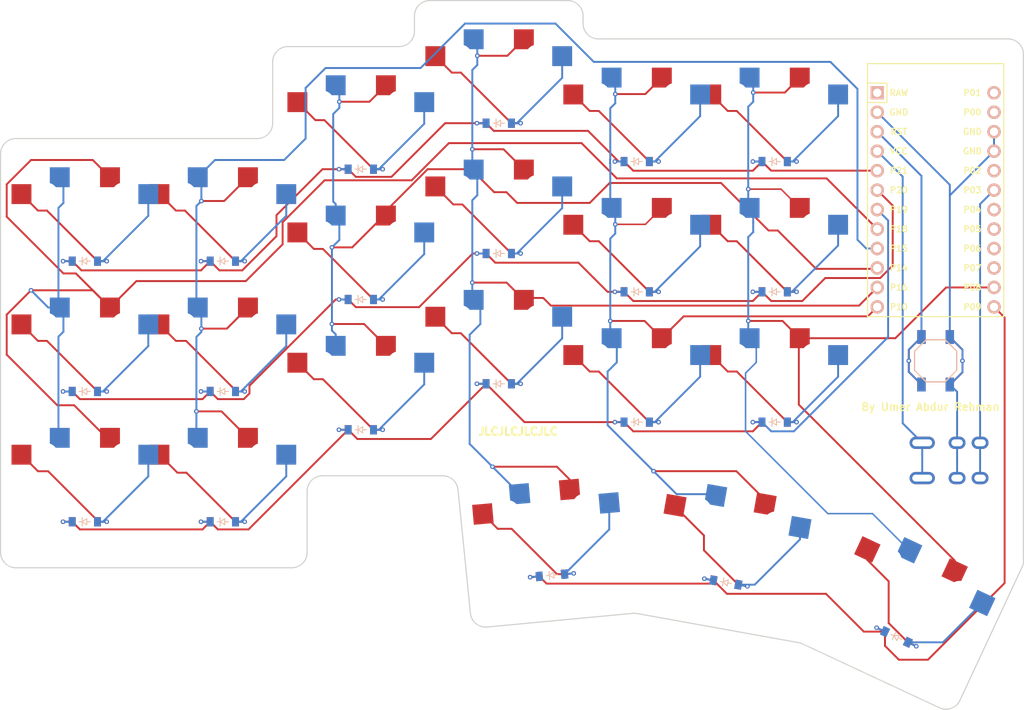
<source format=kicad_pcb>
(kicad_pcb (version 20240108) (generator "pcbnew") (generator_version "8.0")
  (title_block (title "ergoblock") (date "2024-12-29") (rev "v1.0.0") (company "Unknown"))
  (layers (0 "F.Cu" signal) (31 "B.Cu" signal) (34 "B.Paste" user) (35 "F.Paste" user) (36 "B.SilkS" user "B.Silkscreen") (37 "F.SilkS" user "F.Silkscreen") (38 "B.Mask" user) (39 "F.Mask" user) (44 "Edge.Cuts" user))
  (net 0 "")
  (net 1 "P18")
  (net 2 "outer_bottom")
  (net 3 "outer_home")
  (net 4 "outer_top")
  (net 5 "P15")
  (net 6 "pinkie_bottom")
  (net 7 "pinkie_home")
  (net 8 "pinkie_top")
  (net 9 "P14")
  (net 10 "ring_bottom")
  (net 11 "ring_home")
  (net 12 "ring_top")
  (net 13 "P16")
  (net 14 "middle_bottom")
  (net 15 "middle_home")
  (net 16 "middle_top")
  (net 17 "P10")
  (net 18 "index_bottom")
  (net 19 "index_home")
  (net 20 "index_top")
  (net 21 "P8")
  (net 22 "inner_bottom")
  (net 23 "inner_home")
  (net 24 "inner_top")
  (net 25 "outer_cluster")
  (net 26 "middle_cluster")
  (net 27 "inner_cluster")
  (net 28 "P19")
  (net 29 "P20")
  (net 30 "P21")
  (net 31 "P9")
  (net 32 "RAW")
  (net 33 "GND")
  (net 34 "RST")
  (net 35 "VCC")
  (net 36 "P1")
  (net 37 "P0")
  (net 38 "P2")
  (net 39 "P3")
  (net 40 "P4")
  (net 41 "P5")
  (net 42 "P6")
  (net 43 "P7")
  (footprint "E73:SW_TACT_ALPS_SKQGABE010" (layer "F.Cu") (at 261 134 -90)
    (property "Reference" "B1" (hide yes))
    (property "Value" "" (hide yes))
  )
  (footprint "PG1350" (layer "F.Cu") (at 168 116)
    (property "Reference" "S6" (hide yes))
    (property "Value" "" (hide yes))
  )
  (footprint "PG1350" (layer "F.Cu") (at 150 150)
    (property "Reference" "S1" (hide yes))
    (property "Value" "" (hide yes))
  )
  (footprint "ceoloide:diode_tht_sod123" (layer "F.Cu") (at 150 121)
    (property "Reference" "D3" (hide yes))
    (property "Value" "")
  )
  (footprint "ceoloide:diode_tht_sod123" (layer "F.Cu") (at 168 121)
    (property "Reference" "D6" (hide yes))
    (property "Value" "")
  )
  (footprint "ceoloide:diode_tht_sod123" (layer "F.Cu") (at 222 125)
    (property "Reference" "D14" (hide yes))
    (property "Value" "")
  )
  (footprint "PG1350" (layer "F.Cu") (at 204 132)
    (property "Reference" "S10" (hide yes))
    (property "Value" "" (hide yes))
  )
  (footprint "ceoloide:diode_tht_sod123" (layer "F.Cu") (at 204 137)
    (property "Reference" "D10" (hide yes))
    (property "Value" "")
  )
  (footprint "ceoloide:diode_tht_sod123" (layer "F.Cu") (at 186 126)
    (property "Reference" "D8" (hide yes))
    (property "Value" "")
  )
  (footprint "PG1350" (layer "F.Cu") (at 234.5 158 -10)
    (property "Reference" "S20" (hide yes))
    (property "Value" "" (hide yes))
  )
  (footprint "ProMicro" (layer "F.Cu") (at 261 113 -90)
    (property "Reference" "MCU1" (hide yes))
    (property "Value" "" (hide yes))
  )
  (footprint "ceoloide:diode_tht_sod123" (layer "F.Cu") (at 240 125)
    (property "Reference" "D17" (hide yes))
    (property "Value" "")
  )
  (footprint "PG1350" (layer "F.Cu") (at 222 120)
    (property "Reference" "S14" (hide yes))
    (property "Value" "" (hide yes))
  )
  (footprint "PG1350" (layer "F.Cu") (at 150 133)
    (property "Reference" "S2" (hide yes))
    (property "Value" "" (hide yes))
  )
  (footprint "PG1350" (layer "F.Cu") (at 150 116)
    (property "Reference" "S3" (hide yes))
    (property "Value" "" (hide yes))
  )
  (footprint "VIA-0.6mm" (layer "F.Cu") (at 257.5 134)
    (property "Reference" "REF**" (hide yes))
    (property "Value" "VIA-0.6mm" (hide yes))
  )
  (footprint "ceoloide:diode_tht_sod123" (layer "F.Cu") (at 204 103)
    (property "Reference" "D12" (hide yes))
    (property "Value" "")
  )
  (footprint "ceoloide:diode_tht_sod123" (layer "F.Cu") (at 222 142)
    (property "Reference" "D13" (hide yes))
    (property "Value" "")
  )
  (footprint "ceoloide:diode_tht_sod123" (layer "F.Cu") (at 204 120)
    (property "Reference" "D11" (hide yes))
    (property "Value" "")
  )
  (footprint "PG1350" (layer "F.Cu") (at 222 137)
    (property "Reference" "S13" (hide yes))
    (property "Value" "" (hide yes))
  )
  (footprint "ceoloide:diode_tht_sod123" (layer "F.Cu") (at 150 155)
    (property "Reference" "D1" (hide yes))
    (property "Value" "")
  )
  (footprint "PG1350" (layer "F.Cu") (at 240 103)
    (property "Reference" "S18" (hide yes))
    (property "Value" "" (hide yes))
  )
  (footprint "PG1350" (layer "F.Cu") (at 168 150)
    (property "Reference" "S4" (hide yes))
    (property "Value" "" (hide yes))
  )
  (footprint "ceoloide:diode_tht_sod123" (layer "F.Cu") (at 168 138)
    (property "Reference" "D5" (hide yes))
    (property "Value" "")
  )
  (footprint "PG1350" (layer "F.Cu") (at 186 104)
    (property "Reference" "S9" (hide yes))
    (property "Value" "" (hide yes))
  )
  (footprint "PG1350" (layer "F.Cu") (at 186 138)
    (property "Reference" "S7" (hide yes))
    (property "Value" "" (hide yes))
  )
  (footprint "PG1350" (layer "F.Cu") (at 186 121)
    (property "Reference" "S8" (hide yes))
    (property "Value" "" (hide yes))
  )
  (footprint "PG1350" (layer "F.Cu") (at 210.5 157 5)
    (property "Reference" "S19" (hide yes))
    (property "Value" "" (hide yes))
  )
  (footprint "ceoloide:diode_tht_sod123" (layer "F.Cu") (at 222 108)
    (property "Reference" "D15" (hide yes))
    (property "Value" "")
  )
  (footprint "ceoloide:diode_tht_sod123" (layer "F.Cu") (at 240 108)
    (property "Reference" "D18" (hide yes))
    (property "Value" "")
  )
  (footprint "ceoloide:diode_tht_sod123" (layer "F.Cu") (at 255.886909 170.031539 -25)
    (property "Reference" "D21" (hide yes))
    (property "Value" "")
  )
  (footprint "ceoloide:diode_tht_sod123" (layer "F.Cu") (at 186 143)
    (property "Reference" "D7" (hide yes))
    (property "Value" "")
  )
  (footprint "ceoloide:diode_tht_sod123" (layer "F.Cu") (at 150 138)
    (property "Reference" "D2" (hide yes))
    (property "Value" "")
  )
  (footprint "PG1350" (layer "F.Cu") (at 222 103)
    (property "Reference" "S15" (hide yes))
    (property "Value" "" (hide yes))
  )
  (footprint "PG1350" (layer "F.Cu") (at 240 137)
    (property "Reference" "S16" (hide yes))
    (property "Value" "" (hide yes))
  )
  (footprint "ceoloide:diode_tht_sod123" (layer "F.Cu") (at 186 109)
    (property "Reference" "D9" (hide yes))
    (property "Value" "")
  )
  (footprint "ceoloide:diode_tht_sod123" (layer "F.Cu") (at 210.935779 161.980974 5)
    (property "Reference" "D19" (hide yes))
    (property "Value" "")
  )
  (footprint "ceoloide:diode_tht_sod123" (layer "F.Cu") (at 233.631759 162.924039 -10)
    (property "Reference" "D20" (hide yes))
    (property "Value" "")
  )
  (footprint "PG1350" (layer "F.Cu") (at 204 98)
    (property "Reference" "S12" (hide yes))
    (property "Value" "" (hide yes))
  )
  (footprint "PG1350" (layer "F.Cu") (at 168 133)
    (property "Reference" "S5" (hide yes))
    (property "Value" "" (hide yes))
  )
  (footprint "PG1350" (layer "F.Cu") (at 204 115)
    (property "Reference" "S11" (hide yes))
    (property "Value" "" (hide yes))
  )
  (footprint "ceoloide:diode_tht_sod123" (layer "F.Cu") (at 168 155)
    (property "Reference" "D4" (hide yes))
    (property "Value" "")
  )
  (footprint "ceoloide:trrs_pj320a (reversible, symmetric)" (layer "F.Cu") (at 270 147 -90)
    (property "Reference" "TRRS1" (hide yes))
    (property "Value" "")
  )
  (footprint "PG1350" (layer "F.Cu") (at 258 165.5 -25)
    (property "Reference" "S21" (hide yes))
    (property "Value" "" (hide yes))
  )
  (footprint "PG1350" (layer "F.Cu") (at 240 120)
    (property "Reference" "S17" (hide yes))
    (property "Value" "" (hide yes))
  )
  (footprint "E73:SW_TACT_ALPS_SKQGABE010" (layer "F.Cu") (at 261 134 -90)
    (property "Reference" "B2" (hide yes))
    (property "Value" "" (hide yes))
  )
  (footprint "VIA-0.6mm" (layer "F.Cu") (at 264.5 134)
    (property "Reference" "REF**" (hide yes))
    (property "Value" "VIA-0.6mm" (hide yes))
  )
  (footprint "ceoloide:diode_tht_sod123" (layer "F.Cu") (at 240 142)
    (property "Reference" "D16" (hide yes))
    (property "Value" "")
  )
  (gr_line (start 215 89) (end 215 90) (stroke (width 0.15)) (layer "Edge.Cuts"))
  (gr_arc (start 174.5 95) (mid 175.085786 93.585786) (end 176.5 93) (stroke (width 0.15)) (layer "Edge.Cuts"))
  (gr_arc (start 202.478784 168.731275) (mid 201.021115 168.284317) (end 200.301994 166.939905) (stroke (width 0.15)) (layer "Edge.Cuts"))
  (gr_arc (start 193 91) (mid 192.414214 92.414214) (end 191 93) (stroke (width 0.15)) (layer "Edge.Cuts"))
  (gr_line (start 272.45 159.718767) (end 272.45 94) (stroke (width 0.15)) (layer "Edge.Cuts"))
  (gr_arc (start 213 87) (mid 214.414214 87.585786) (end 215 89) (stroke (width 0.15)) (layer "Edge.Cuts"))
  (gr_arc (start 179 151) (mid 179.585786 149.585786) (end 181 149) (stroke (width 0.15)) (layer "Edge.Cuts"))
  (gr_line (start 141 105) (end 172.5 105) (stroke (width 0.15)) (layer "Edge.Cuts"))
  (gr_line (start 243.126488 170.774563) (end 222.026204 166.971282) (stroke (width 0.15)) (layer "Edge.Cuts"))
  (gr_arc (start 193 89) (mid 193.585786 87.585786) (end 195 87) (stroke (width 0.15)) (layer "Edge.Cuts"))
  (gr_line (start 139 159) (end 139 107) (stroke (width 0.15)) (layer "Edge.Cuts"))
  (gr_arc (start 179 159) (mid 178.414214 160.414214) (end 177 161) (stroke (width 0.15)) (layer "Edge.Cuts"))
  (gr_arc (start 217 92) (mid 215.585786 91.414214) (end 215 90) (stroke (width 0.15)) (layer "Edge.Cuts"))
  (gr_arc (start 139 107) (mid 139.585786 105.585786) (end 141 105) (stroke (width 0.15)) (layer "Edge.Cuts"))
  (gr_line (start 179 151) (end 179 159) (stroke (width 0.15)) (layer "Edge.Cuts"))
  (gr_arc (start 174.5 103) (mid 173.914214 104.414214) (end 172.5 105) (stroke (width 0.15)) (layer "Edge.Cuts"))
  (gr_line (start 196.690828 149) (end 181 149) (stroke (width 0.15)) (layer "Edge.Cuts"))
  (gr_line (start 272.288705 160.885991) (end 264.165821 178.305571) (stroke (width 0.15)) (layer "Edge.Cuts"))
  (gr_line (start 141 161) (end 177 161) (stroke (width 0.15)) (layer "Edge.Cuts"))
  (gr_line (start 221.484623 166.948306) (end 202.478784 168.731275) (stroke (width 0.15)) (layer "Edge.Cuts"))
  (gr_line (start 193 91) (end 193 89) (stroke (width 0.15)) (layer "Edge.Cuts"))
  (gr_line (start 261.507969 179.27295) (end 243.616946 170.930229) (stroke (width 0.15)) (layer "Edge.Cuts"))
  (gr_line (start 174.5 103) (end 174.5 95) (stroke (width 0.15)) (layer "Edge.Cuts"))
  (gr_arc (start 196.690828 149) (mid 198.032495 149.516809) (end 198.680814 150.800114) (stroke (width 0.15)) (layer "Edge.Cuts"))
  (gr_line (start 200.301994 166.939905) (end 198.680814 150.800114) (stroke (width 0.15)) (layer "Edge.Cuts"))
  (gr_line (start 217 92) (end 270.45 92) (stroke (width 0.15)) (layer "Edge.Cuts"))
  (gr_arc (start 270.45 92) (mid 271.864214 92.585786) (end 272.45 94) (stroke (width 0.15)) (layer "Edge.Cuts"))
  (gr_line (start 195 87) (end 213 87) (stroke (width 0.15)) (layer "Edge.Cuts"))
  (gr_arc (start 264.165821 178.305571) (mid 263.037243 179.339705) (end 261.507969 179.27295) (stroke (width 0.15)) (layer "Edge.Cuts"))
  (gr_line (start 176.5 93) (end 191 93) (stroke (width 0.15)) (layer "Edge.Cuts"))
  (gr_arc (start 243.126488 170.774563) (mid 243.376744 170.836556) (end 243.616946 170.930229) (stroke (width 0.15)) (layer "Edge.Cuts"))
  (gr_arc (start 272.45 159.718767) (mid 272.457276 160.314531) (end 272.288705 160.885991) (stroke (width 0.15)) (layer "Edge.Cuts"))
  (gr_arc (start 221.484623 166.948306) (mid 221.756195 166.941364) (end 222.026204 166.971282) (stroke (width 0.15)) (layer "Edge.Cuts"))
  (gr_arc (start 141 161) (mid 139.585786 160.414214) (end 139 159) (stroke (width 0.15)) (layer "Edge.Cuts"))
  (gr_text "JLCJLCJLCJLC" (at 201.2 143.8 0) (layer "F.SilkS") (effects (font (size 1 1) (thickness 0.25) (bold yes)) (justify left bottom)))
  (gr_text "By Umer Abdur Rehman" (at 251.2 140.6 0) (layer "F.SilkS") (effects (font (size 1 1) (thickness 0.1875)) (justify left bottom)))
  (segment (start 153.275 127.05) (end 156.725 123.6) (width 0.25) (layer "F.Cu") (net 1))
  (segment (start 152.85 144.05) (end 148.6 139.8) (width 0.25) (layer "F.Cu") (net 1))
  (segment (start 181.275 110.45) (end 192.638604 110.45) (width 0.25) (layer "F.Cu") (net 1))
  (segment (start 175.8 118.8) (end 175.8 115.925) (width 0.25) (layer "F.Cu") (net 1))
  (segment (start 214.8 105.6) (end 219.4 110.2) (width 0.25) (layer "F.Cu") (net 1))
  (segment (start 147.2 122.6) (end 139.8 115.2) (width 0.25) (layer "F.Cu") (net 1))
  (segment (start 148.6 139.8) (end 146.4 139.8) (width 0.25) (layer "F.Cu") (net 1))
  (segment (start 153.275 127.05) (end 148.825 122.6) (width 0.25) (layer "F.Cu") (net 1))
  (segment (start 148.825 122.6) (end 147.2 122.6) (width 0.25) (layer "F.Cu") (net 1))
  (segment (start 192.638604 110.45) (end 197.488604 105.6) (width 0.25) (layer "F.Cu") (net 1))
  (segment (start 139.8 110.975) (end 142.975 107.8) (width 0.25) (layer "F.Cu") (net 1))
  (segment (start 156.725 123.6) (end 171 123.6) (width 0.25) (layer "F.Cu") (net 1))
  (segment (start 246.77 110.2) (end 253.38 116.81) (width 0.25) (layer "F.Cu") (net 1))
  (segment (start 139.8 127.975) (end 142.975 124.8) (width 0.25) (layer "F.Cu") (net 1))
  (segment (start 175.8 115.925) (end 181.275 110.45) (width 0.25) (layer "F.Cu") (net 1))
  (segment (start 142.975 107.8) (end 151.025 107.8) (width 0.25) (layer "F.Cu") (net 1))
  (segment (start 139.8 115.2) (end 139.8 110.975) (width 0.25) (layer "F.Cu") (net 1))
  (segment (start 197.488604 105.6) (end 214.8 105.6) (width 0.25) (layer "F.Cu") (net 1))
  (segment (start 151.025 107.8) (end 153.275 110.05) (width 0.25) (layer "F.Cu") (net 1))
  (segment (start 142.975 124.8) (end 151.025 124.8) (width 0.25) (layer "F.Cu") (net 1))
  (segment (start 219.4 110.2) (end 246.77 110.2) (width 0.25) (layer "F.Cu") (net 1))
  (segment (start 151.025 124.8) (end 153.275 127.05) (width 0.25) (layer "F.Cu") (net 1))
  (segment (start 153.275 144.05) (end 152.85 144.05) (width 0.25) (layer "F.Cu") (net 1))
  (segment (start 139.8 133.2) (end 139.8 127.975) (width 0.25) (layer "F.Cu") (net 1))
  (segment (start 171 123.6) (end 175.8 118.8) (width 0.25) (layer "F.Cu") (net 1))
  (segment (start 146.4 139.8) (end 139.8 133.2) (width 0.25) (layer "F.Cu") (net 1))
  (via (at 142.975 124.8) (size 0.6) (drill 0.3) (layers "F.Cu" "B.Cu") (net 1))
  (segment (start 146.725 127.05) (end 146.55 126.875) (width 0.25) (layer "B.Cu") (net 1))
  (segment (start 146.55 114.05) (end 147.2 113.4) (width 0.25) (layer "B.Cu") (net 1))
  (segment (start 146.55 126.875) (end 146.55 114.05) (width 0.25) (layer "B.Cu") (net 1))
  (segment (start 146.725 144.05) (end 146.55 143.875) (width 0.25) (layer "B.Cu") (net 1))
  (segment (start 147.2 110.525) (end 146.725 110.05) (width 0.25) (layer "B.Cu") (net 1))
  (segment (start 147.2 127.525) (end 146.725 127.05) (width 0.25) (layer "B.Cu") (net 1))
  (segment (start 146.55 130.85) (end 147.2 130.2) (width 0.25) (layer "B.Cu") (net 1))
  (segment (start 146.725 127.05) (end 145.225 127.05) (width 0.25) (layer "B.Cu") (net 1))
  (segment (start 145.225 127.05) (end 142.975 124.8) (width 0.25) (layer "B.Cu") (net 1))
  (segment (start 147.2 113.4) (end 147.2 110.525) (width 0.25) (layer "B.Cu") (net 1))
  (segment (start 147.2 130.2) (end 147.2 127.525) (width 0.25) (layer "B.Cu") (net 1))
  (segment (start 146.55 143.875) (end 146.55 130.85) (width 0.25) (layer "B.Cu") (net 1))
  (segment (start 143.885 148.41) (end 141.725 146.25) (width 0.25) (layer "F.Cu") (net 2))
  (segment (start 151.65 154.85) (end 145.21 148.41) (width 0.25) (layer "F.Cu") (net 2))
  (segment (start 151.65 155) (end 151.65 154.85) (width 0.25) (layer "F.Cu") (net 2))
  (segment (start 151.65 155) (end 152.85 155) (width 0.25) (layer "F.Cu") (net 2))
  (segment (start 145.21 148.41) (end 143.885 148.41) (width 0.25) (layer "F.Cu") (net 2))
  (via (at 152.85 155) (size 0.6) (drill 0.3) (layers "F.Cu" "B.Cu") (net 2))
  (segment (start 152.35 155) (end 158.275 149.075) (width 0.25) (layer "B.Cu") (net 2))
  (segment (start 151.65 155) (end 152.35 155) (width 0.25) (layer "B.Cu") (net 2))
  (segment (start 152.85 155) (end 151.65 155) (width 0.25) (layer "B.Cu") (net 2))
  (segment (start 158.275 149.075) (end 158.275 146.25) (width 0.25) (layer "B.Cu") (net 2))
  (segment (start 151.65 138) (end 145.05 131.4) (width 0.25) (layer "F.Cu") (net 3))
  (segment (start 151.65 138) (end 152.85 138) (width 0.25) (layer "F.Cu") (net 3))
  (segment (start 145.05 131.4) (end 143.875 131.4) (width 0.25) (layer "F.Cu") (net 3))
  (segment (start 143.875 131.4) (end 141.725 129.25) (width 0.25) (layer "F.Cu") (net 3))
  (via (at 152.85 138) (size 0.6) (drill 0.3) (layers "F.Cu" "B.Cu") (net 3))
  (segment (start 152.35 138) (end 158.275 132.075) (width 0.25) (layer "B.Cu") (net 3))
  (segment (start 152.85 138) (end 151.65 138) (width 0.25) (layer "B.Cu") (net 3))
  (segment (start 151.65 138) (end 152.35 138) (width 0.25) (layer "B.Cu") (net 3))
  (segment (start 158.275 132.075) (end 158.275 129.25) (width 0.25) (layer "B.Cu") (net 3))
  (segment (start 151.65 121) (end 152.85 121) (width 0.25) (layer "F.Cu") (net 4))
  (segment (start 143.875 114.4) (end 141.725 112.25) (width 0.25) (layer "F.Cu") (net 4))
  (segment (start 145.05 114.4) (end 143.875 114.4) (width 0.25) (layer "F.Cu") (net 4))
  (segment (start 151.65 121) (end 145.05 114.4) (width 0.25) (layer "F.Cu") (net 4))
  (via (at 152.85 121) (size 0.6) (drill 0.3) (layers "F.Cu" "B.Cu") (net 4))
  (segment (start 152.85 121) (end 151.65 121) (width 0.25) (layer "B.Cu") (net 4))
  (segment (start 152.35 121) (end 158.275 115.075) (width 0.25) (layer "B.Cu") (net 4))
  (segment (start 158.275 115.075) (end 158.275 112.25) (width 0.25) (layer "B.Cu") (net 4))
  (segment (start 151.65 121) (end 152.35 121) (width 0.25) (layer "B.Cu") (net 4))
  (segment (start 165.2 113.15) (end 168.175 113.15) (width 0.25) (layer "F.Cu") (net 5))
  (segment (start 165.2 129.8) (end 168.525 129.8) (width 0.25) (layer "F.Cu") (net 5))
  (segment (start 168.525 129.8) (end 171.275 127.05) (width 0.25) (layer "F.Cu") (net 5))
  (segment (start 171.275 144.05) (end 167.825 140.6) (width 0.25) (layer "F.Cu") (net 5))
  (segment (start 168.175 113.15) (end 171.275 110.05) (width 0.25) (layer "F.Cu") (net 5))
  (segment (start 167.825 140.6) (end 164.55 140.6) (width 0.25) (layer "F.Cu") (net 5))
  (via (at 165.2 113.15) (size 0.6) (drill 0.3) (layers "F.Cu" "B.Cu") (net 5))
  (via (at 165.2 129.8) (size 0.6) (drill 0.3) (layers "F.Cu" "B.Cu") (net 5))
  (via (at 164.55 140.6) (size 0.6) (drill 0.3) (layers "F.Cu" "B.Cu") (net 5))
  (segment (start 247.275 95) (end 250.8 98.525) (width 0.25) (layer "B.Cu") (net 5))
  (segment (start 251.95 119.35) (end 253.38 119.35) (width 0.25) (layer "B.Cu") (net 5))
  (segment (start 181.4 95.8) (end 193.8 95.8) (width 0.25) (layer "B.Cu") (net 5))
  (segment (start 164.55 126.875) (end 164.725 127.05) (width 0.25) (layer "B.Cu") (net 5))
  (segment (start 176 107.8) (end 178.8 105) (width 0.25) (layer "B.Cu") (net 5))
  (segment (start 193.8 95.8) (end 199.6 90) (width 0.25) (layer "B.Cu") (net 5))
  (segment (start 165.2 130.234189) (end 165.2 127.525) (width 0.25) (layer "B.Cu") (net 5))
  (segment (start 165.2 110.525) (end 164.725 110.05) (width 0.25) (layer "B.Cu") (net 5))
  (segment (start 199.6 90) (end 211.4 90) (width 0.25) (layer "B.Cu") (net 5))
  (segment (start 164.55 113.8) (end 164.55 126.875) (width 0.25) (layer "B.Cu") (net 5))
  (segment (start 164.725 110.05) (end 166.975 107.8) (width 0.25) (layer "B.Cu") (net 5))
  (segment (start 178.8 105) (end 178.8 98.4) (width 0.25) (layer "B.Cu") (net 5))
  (segment (start 166.975 107.8) (end 176 107.8) (width 0.25) (layer "B.Cu") (net 5))
  (segment (start 165.2 113.15) (end 164.55 113.8) (width 0.25) (layer "B.Cu") (net 5))
  (segment (start 164.725 144.05) (end 164.55 143.875) (width 0.25) (layer "B.Cu") (net 5))
  (segment (start 250.8 98.525) (end 250.8 118.2) (width 0.25) (layer "B.Cu") (net 5))
  (segment (start 164.55 143.875) (end 164.55 140.6) (width 0.25) (layer "B.Cu") (net 5))
  (segment (start 165.2 127.525) (end 164.725 127.05) (width 0.25) (layer "B.Cu") (net 5))
  (segment (start 178.8 98.4) (end 181.4 95.8) (width 0.25) (layer "B.Cu") (net 5))
  (segment (start 165.2 113.15) (end 165.2 110.525) (width 0.25) (layer "B.Cu") (net 5))
  (segment (start 164.55 130.884189) (end 165.2 130.234189) (width 0.25) (layer "B.Cu") (net 5))
  (segment (start 216.4 95) (end 247.275 95) (width 0.25) (layer "B.Cu") (net 5))
  (segment (start 250.8 118.2) (end 251.95 119.35) (width 0.25) (layer "B.Cu") (net 5))
  (segment (start 164.55 140.6) (end 164.55 130.884189) (width 0.25) (layer "B.Cu") (net 5))
  (segment (start 211.4 90) (end 216.4 95) (width 0.25) (layer "B.Cu") (net 5))
  (segment (start 162.075 148.6) (end 159.725 146.25) (width 0.25) (layer "F.Cu") (net 6))
  (segment (start 169.65 155) (end 163.25 148.6) (width 0.25) (layer "F.Cu") (net 6))
  (segment (start 169.65 155) (end 170.85 155) (width 0.25) (layer "F.Cu") (net 6))
  (segment (start 163.25 148.6) (end 162.075 148.6) (width 0.25) (layer "F.Cu") (net 6))
  (via (at 170.85 155) (size 0.6) (drill 0.3) (layers "F.Cu" "B.Cu") (net 6))
  (segment (start 176.275 149.075) (end 176.275 146.25) (width 0.25) (layer "B.Cu") (net 6))
  (segment (start 169.65 155) (end 170.35 155) (width 0.25) (layer "B.Cu") (net 6))
  (segment (start 170.35 155) (end 176.275 149.075) (width 0.25) (layer "B.Cu") (net 6))
  (segment (start 170.85 155) (end 169.65 155) (width 0.25) (layer "B.Cu") (net 6))
  (segment (start 169.65 137.85) (end 163.2 131.4) (width 0.25) (layer "F.Cu") (net 7))
  (segment (start 169.65 138) (end 169.65 137.85) (width 0.25) (layer "F.Cu") (net 7))
  (segment (start 161.875 131.4) (end 159.725 129.25) (width 0.25) (layer "F.Cu") (net 7))
  (segment (start 169.65 138) (end 170.85 138) (width 0.25) (layer "F.Cu") (net 7))
  (segment (start 163.2 131.4) (end 161.875 131.4) (width 0.25) (layer "F.Cu") (net 7))
  (via (at 170.85 138) (size 0.6) (drill 0.3) (layers "F.Cu" "B.Cu") (net 7))
  (segment (start 169.65 138) (end 170.35 138) (width 0.25) (layer "B.Cu") (net 7))
  (segment (start 170.85 138) (end 169.65 138) (width 0.25) (layer "B.Cu") (net 7))
  (segment (start 170.35 138) (end 176.275 132.075) (width 0.25) (layer "B.Cu") (net 7))
  (segment (start 176.275 132.075) (end 176.275 129.25) (width 0.25) (layer "B.Cu") (net 7))
  (segment (start 169.65 121) (end 163.05 114.4) (width 0.25) (layer "F.Cu") (net 8))
  (segment (start 163.05 114.4) (end 161.875 114.4) (width 0.25) (layer "F.Cu") (net 8))
  (segment (start 169.65 121) (end 170.85 121) (width 0.25) (layer "F.Cu") (net 8))
  (segment (start 161.875 114.4) (end 159.725 112.25) (width 0.25) (layer "F.Cu") (net 8))
  (via (at 170.85 121) (size 0.6) (drill 0.3) (layers "F.Cu" "B.Cu") (net 8))
  (segment (start 169.65 121) (end 170.35 121) (width 0.25) (layer "B.Cu") (net 8))
  (segment (start 170.85 121) (end 169.65 121) (width 0.25) (layer "B.Cu") (net 8))
  (segment (start 176.275 115.075) (end 176.275 112.25) (width 0.25) (layer "B.Cu") (net 8))
  (segment (start 170.35 121) (end 176.275 115.075) (width 0.25) (layer "B.Cu") (net 8))
  (segment (start 186.425 129.2) (end 182.233148 129.2) (width 0.25) (layer "F.Cu") (net 9))
  (segment (start 239.2 117) (end 240.4 117) (width 0.25) (layer "F.Cu") (net 9))
  (segment (start 187.126234 100.198766) (end 189.275 98.05) (width 0.25) (layer "F.Cu") (net 9))
  (segment (start 184.880356 119.2) (end 182.233148 119.2) (width 0.25) (layer "F.Cu") (net 9))
  (segment (start 218.466116 110.8) (end 233 110.8) (width 0.25) (layer "F.Cu") (net 9))
  (segment (start 245.4 122) (end 253.27 122) (width 0.25) (layer "F.Cu") (net 9))
  (segment (start 200.4 109) (end 203.4 112) (width 0.25) (layer "F.Cu") (net 9))
  (segment (start 203.4 112) (end 205 112) (width 0.25) (layer "F.Cu") (net 9))
  (segment (start 205 112) (end 206.4 113.4) (width 0.25) (layer "F.Cu") (net 9))
  (segment (start 253.27 122) (end 253.38 121.89) (width 0.25) (layer "F.Cu") (net 9))
  (segment (start 189.030356 115.05) (end 184.880356 119.2) (width 0.25) (layer "F.Cu") (net 9))
  (segment (start 189.275 115.05) (end 189.030356 115.05) (width 0.25) (layer "F.Cu") (net 9))
  (segment (start 194.725 109) (end 200.4 109) (width 0.25) (layer "F.Cu") (net 9))
  (segment (start 206.4 113.4) (end 215.866116 113.4) (width 0.25) (layer "F.Cu") (net 9))
  (segment (start 183.2 100.198766) (end 187.126234 100.198766) (width 0.25) (layer "F.Cu") (net 9))
  (segment (start 240.4 117) (end 245.4 122) (width 0.25) (layer "F.Cu") (net 9))
  (segment (start 189.275 115.05) (end 189.275 114.45) (width 0.25) (layer "F.Cu") (net 9))
  (segment (start 189.275 114.45) (end 194.725 109) (width 0.25) (layer "F.Cu") (net 9))
  (segment (start 233 110.8) (end 239.2 117) (width 0.25) (layer "F.Cu") (net 9))
  (segment (start 189.275 132.05) (end 186.425 129.2) (width 0.25) (layer "F.Cu") (net 9))
  (segment (start 215.866116 113.4) (end 218.466116 110.8) (width 0.25) (layer "F.Cu") (net 9))
  (via (at 183.2 100.198766) (size 0.6) (drill 0.3) (layers "F.Cu" "B.Cu") (net 9))
  (via (at 182.233148 119.2) (size 0.6) (drill 0.3) (layers "F.Cu" "B.Cu") (net 9))
  (via (at 182.233148 129.2) (size 0.6) (drill 0.3) (layers "F.Cu" "B.Cu") (net 9))
  (segment (start 182.725 113.55) (end 182.4 113.225) (width 0.25) (layer "B.Cu") (net 9))
  (segment (start 183.2 115.525) (end 182.725 115.05) (width 0.25) (layer "B.Cu") (net 9))
  (segment (start 182.233148 119.2) (end 183.2 118.233148) (width 0.25) (layer "B.Cu") (net 9))
  (segment (start 182.233148 130.058148) (end 182.233148 129.2) (width 0.25) (layer "B.Cu") (net 9))
  (segment (start 182.4 113.225) (end 182.4 101.8) (width 0.25) (layer "B.Cu") (net 9))
  (segment (start 183.2 118.233148) (end 183.2 115.525) (width 0.25) (layer "B.Cu") (net 9))
  (segment (start 182.725 132.05) (end 182.725 130.55) (width 0.25) (layer "B.Cu") (net 9))
  (segment (start 183.2 98.525) (end 182.725 98.05) (width 0.25) (layer "B.Cu") (net 9))
  (segment (start 182.725 130.55) (end 182.233148 130.058148) (width 0.25) (layer "B.Cu") (net 9))
  (segment (start 182.4 101.8) (end 183.2 101) (width 0.25) (layer "B.Cu") (net 9))
  (segment (start 182.725 115.05) (end 182.725 113.55) (width 0.25) (layer "B.Cu") (net 9))
  (segment (start 182.233148 129.2) (end 182.233148 119.2) (width 0.25) (layer "B.Cu") (net 9))
  (segment (start 183.2 101) (end 183.2 98.525) (width 0.25) (layer "B.Cu") (net 9))
  (segment (start 181.05 136.4) (end 179.875 136.4) (width 0.25) (layer "F.Cu") (net 10))
  (segment (start 179.875 136.4) (end 177.725 134.25) (width 0.25) (layer "F.Cu") (net 10))
  (segment (start 187.65 143) (end 188.85 143) (width 0.25) (layer "F.Cu") (net 10))
  (segment (start 187.65 143) (end 181.05 136.4) (width 0.25) (layer "F.Cu") (net 10))
  (via (at 188.85 143) (size 0.6) (drill 0.3) (layers "F.Cu" "B.Cu") (net 10))
  (segment (start 194.275 137.075) (end 194.275 134.25) (width 0.25) (layer "B.Cu") (net 10))
  (segment (start 188.85 143) (end 187.65 143) (width 0.25) (layer "B.Cu") (net 10))
  (segment (start 187.65 143) (end 188.35 143) (width 0.25) (layer "B.Cu") (net 10))
  (segment (start 188.35 143) (end 194.275 137.075) (width 0.25) (layer "B.Cu") (net 10))
  (segment (start 181.05 119.4) (end 179.875 119.4) (width 0.25) (layer "F.Cu") (net 11))
  (segment (start 179.875 119.4) (end 177.725 117.25) (width 0.25) (layer "F.Cu") (net 11))
  (segment (start 187.65 126) (end 188.85 126) (width 0.25) (layer "F.Cu") (net 11))
  (segment (start 187.65 126) (end 181.05 119.4) (width 0.25) (layer "F.Cu") (net 11))
  (via (at 188.85 126) (size 0.6) (drill 0.3) (layers "F.Cu" "B.Cu") (net 11))
  (segment (start 188.85 126) (end 187.65 126) (width 0.25) (layer "B.Cu") (net 11))
  (segment (start 188.35 126) (end 194.275 120.075) (width 0.25) (layer "B.Cu") (net 11))
  (segment (start 194.275 120.075) (end 194.275 117.25) (width 0.25) (layer "B.Cu") (net 11))
  (segment (start 187.65 126) (end 188.35 126) (width 0.25) (layer "B.Cu") (net 11))
  (segment (start 181.25 102.6) (end 180.075 102.6) (width 0.25) (layer "F.Cu") (net 12))
  (segment (start 187.65 109) (end 188.85 109) (width 0.25) (layer "F.Cu") (net 12))
  (segment (start 180.075 102.6) (end 177.725 100.25) (width 0.25) (layer "F.Cu") (net 12))
  (segment (start 187.65 109) (end 181.25 102.6) (width 0.25) (layer "F.Cu") (net 12))
  (via (at 188.85 109) (size 0.6) (drill 0.3) (layers "F.Cu" "B.Cu") (net 12))
  (segment (start 187.65 109) (end 188.35 109) (width 0.25) (layer "B.Cu") (net 12))
  (segment (start 188.85 109) (end 187.65 109) (width 0.25) (layer "B.Cu") (net 12))
  (segment (start 194.275 103.075) (end 194.275 100.25) (width 0.25) (layer "B.Cu") (net 12))
  (segment (start 188.35 109) (end 194.275 103.075) (width 0.25) (layer "B.Cu") (net 12))
  (segment (start 211.581317 147.819596) (end 203.180404 147.819596) (width 0.25) (layer "F.Cu") (net 13))
  (segment (start 213.243961 150.787206) (end 213.243961 149.48224) (width 0.25) (layer "F.Cu") (net 13))
  (segment (start 251.01 126.8) (end 210.8 126.8) (width 0.25) (layer "F.Cu") (net 13))
  (segment (start 207.275 109.05) (end 204.625 106.4) (width 0.25) (layer "F.Cu") (net 13))
  (segment (start 205.025 123.8) (end 200.55 123.8) (width 0.25) (layer "F.Cu") (net 13))
  (segment (start 207.525 125.8) (end 207.275 126.05) (width 0.25) (layer "F.Cu") (net 13))
  (segment (start 204.625 106.4) (end 200.55 106.4) (width 0.25) (layer "F.Cu") (net 13))
  (segment (start 207.275 92.05) (end 205.125 94.2) (width 0.25) (layer "F.Cu") (net 13))
  (segment (start 207.275 126.05) (end 205.025 123.8) (width 0.25) (layer "F.Cu") (net 13))
  (segment (start 213.243961 149.48224) (end 211.581317 147.819596) (width 0.25) (layer "F.Cu") (net 13))
  (segment (start 253.38 124.43) (end 251.01 126.8) (width 0.25) (layer "F.Cu") (net 13))
  (segment (start 205.125 94.2) (end 201.2 94.2) (width 0.25) (layer "F.Cu") (net 13))
  (segment (start 210.8 126.8) (end 209.8 125.8) (width 0.25) (layer "F.Cu") (net 13))
  (segment (start 209.8 125.8) (end 207.525 125.8) (width 0.25) (layer "F.Cu") (net 13))
  (via (at 203.180404 147.819596) (size 0.6) (drill 0.3) (layers "F.Cu" "B.Cu") (net 13))
  (via (at 201.2 94.2) (size 0.6) (drill 0.3) (layers "F.Cu" "B.Cu") (net 13))
  (via (at 200.55 123.8) (size 0.6) (drill 0.3) (layers "F.Cu" "B.Cu") (net 13))
  (via (at 200.55 106.4) (size 0.6) (drill 0.3) (layers "F.Cu" "B.Cu") (net 13))
  (segment (start 201.6 129.2) (end 201.6 126.925) (width 0.25) (layer "B.Cu") (net 13))
  (segment (start 200.725 126.05) (end 200.55 125.875) (width 0.25) (layer "B.Cu") (net 13))
  (segment (start 200.55 96.05) (end 201.2 95.4) (width 0.25) (layer "B.Cu") (net 13))
  (segment (start 201.2 94.2) (end 201.2 92.525) (width 0.25) (layer "B.Cu") (net 13))
  (segment (start 200.55 123.8) (end 200.55 113.05) (width 0.25) (layer "B.Cu") (net 13))
  (segment (start 201.2 92.525) (end 200.725 92.05) (width 0.25) (layer "B.Cu") (net 13))
  (segment (start 200.55 108.875) (end 200.55 106.4) (width 0.25) (layer "B.Cu") (net 13))
  (segment (start 201.6 126.925) (end 200.725 126.05) (width 0.25) (layer "B.Cu") (net 13))
  (segment (start 201.2 109.525) (end 200.725 109.05) (width 0.25) (layer "B.Cu") (net 13))
  (segment (start 203.180404 147.819596) (end 200.2 144.839191) (width 0.25) (layer "B.Cu") (net 13))
  (segment (start 200.2 130.6) (end 201.6 129.2) (width 0.25) (layer "B.Cu") (net 13))
  (segment (start 200.55 125.875) (end 200.55 123.8) (width 0.25) (layer "B.Cu") (net 13))
  (segment (start 200.55 106.4) (end 200.55 96.05) (width 0.25) (layer "B.Cu") (net 13))
  (segment (start 200.725 109.05) (end 200.55 108.875) (width 0.25) (layer "B.Cu") (net 13))
  (segment (start 200.55 113.05) (end 201.2 112.4) (width 0.25) (layer "B.Cu") (net 13))
  (segment (start 201.2 95.4) (end 201.2 94.2) (width 0.25) (layer "B.Cu") (net 13))
  (segment (start 206.718886 151.358077) (end 203.180404 147.819596) (width 0.25) (layer "B.Cu") (net 13))
  (segment (start 200.2 144.839191) (end 200.2 130.6) (width 0.25) (layer "B.Cu") (net 13))
  (segment (start 201.2 111.2) (end 201.2 109.525) (width 0.25) (layer "B.Cu") (net 13))
  (segment (start 201.2 112.4) (end 201.2 111.2) (width 0.25) (layer "B.Cu") (net 13))
  (segment (start 205.65 137) (end 206.85 137) (width 0.25) (layer "F.Cu") (net 14))
  (segment (start 199.05 130.4) (end 197.875 130.4) (width 0.25) (layer "F.Cu") (net 14))
  (segment (start 197.875 130.4) (end 195.725 128.25) (width 0.25) (layer "F.Cu") (net 14))
  (segment (start 205.65 137) (end 199.05 130.4) (width 0.25) (layer "F.Cu") (net 14))
  (via (at 206.85 137) (size 0.6) (drill 0.3) (layers "F.Cu" "B.Cu") (net 14))
  (segment (start 205.65 137) (end 206.35 137) (width 0.25) (layer "B.Cu") (net 14))
  (segment (start 212.275 131.075) (end 212.275 128.25) (width 0.25) (layer "B.Cu") (net 14))
  (segment (start 206.85 137) (end 205.65 137) (width 0.25) (layer "B.Cu") (net 14))
  (segment (start 206.35 137) (end 212.275 131.075) (width 0.25) (layer "B.Cu") (net 14))
  (segment (start 205.65 120) (end 199.25 113.6) (width 0.25) (layer "F.Cu") (net 15))
  (segment (start 198.075 113.6) (end 195.725 111.25) (width 0.25) (layer "F.Cu") (net 15))
  (segment (start 199.25 113.6) (end 198.075 113.6) (width 0.25) (layer "F.Cu") (net 15))
  (segment (start 205.65 120) (end 206.85 120) (width 0.25) (layer "F.Cu") (net 15))
  (via (at 206.85 120) (size 0.6) (drill 0.3) (layers "F.Cu" "B.Cu") (net 15))
  (segment (start 205.65 120) (end 206.35 120) (width 0.25) (layer "B.Cu") (net 15))
  (segment (start 206.35 120) (end 212.275 114.075) (width 0.25) (layer "B.Cu") (net 15))
  (segment (start 206.85 120) (end 205.65 120) (width 0.25) (layer "B.Cu") (net 15))
  (segment (start 212.275 114.075) (end 212.275 111.25) (width 0.25) (layer "B.Cu") (net 15))
  (segment (start 205.65 103) (end 206.85 103) (width 0.25) (layer "F.Cu") (net 16))
  (segment (start 197.875 96.4) (end 195.725 94.25) (width 0.25) (layer "F.Cu") (net 16))
  (segment (start 205.65 103) (end 199.05 96.4) (width 0.25) (layer "F.Cu") (net 16))
  (segment (start 199.05 96.4) (end 197.875 96.4) (width 0.25) (layer "F.Cu") (net 16))
  (via (at 206.85 103) (size 0.6) (drill 0.3) (layers "F.Cu" "B.Cu") (net 16))
  (segment (start 212.275 97.075) (end 212.275 94.25) (width 0.25) (layer "B.Cu") (net 16))
  (segment (start 206.85 103) (end 205.65 103) (width 0.25) (layer "B.Cu") (net 16))
  (segment (start 205.65 103) (end 206.35 103) (width 0.25) (layer "B.Cu") (net 16))
  (segment (start 206.35 103) (end 212.275 97.075) (width 0.25) (layer "B.Cu") (net 16))
  (segment (start 228.125 128.2) (end 252.15 128.2) (width 0.25) (layer "F.Cu") (net 17))
  (segment (start 238.758452 152.158452) (end 238.758452 152.709092) (width 0.25) (layer "F.Cu") (net 17))
  (segment (start 223.025 128.8) (end 218.55 128.8) (width 0.25) (layer "F.Cu") (net 17))
  (segment (start 223.125 99.2) (end 219.2 99.2) (width 0.25) (layer "F.Cu") (net 17))
  (segment (start 225.275 97.05) (end 223.125 99.2) (width 0.25) (layer "F.Cu") (net 17))
  (segment (start 225.275 131.05) (end 223.025 128.8) (width 0.25) (layer "F.Cu") (net 17))
  (segment (start 223.125 116.2) (end 219.2 116.2) (width 0.2) (layer "F.Cu") (net 17))
  (segment (start 252.15 128.2) (end 253.38 126.97) (width 0.25) (layer "F.Cu") (net 17))
  (segment (start 224.2 148.4) (end 235 148.4) (width 0.25) (layer "F.Cu") (net 17))
  (segment (start 235 148.4) (end 238.758452 152.158452) (width 0.25) (layer "F.Cu") (net 17))
  (segment (start 225.275 114.05) (end 223.125 116.2) (width 0.2) (layer "F.Cu") (net 17))
  (segment (start 225.275 131.05) (end 228.125 128.2) (width 0.25) (layer "F.Cu") (net 17))
  (via (at 224.2 148.4) (size 0.6) (drill 0.3) (layers "F.Cu" "B.Cu") (net 17))
  (via (at 218.55 128.8) (size 0.6) (drill 0.3) (layers "F.Cu" "B.Cu") (net 17))
  (via (at 219.2 99.2) (size 0.6) (drill 0.3) (layers "F.Cu" "B.Cu") (net 17))
  (via (at 219.2 116.2) (size 0.6) (drill 0.3) (layers "F.Cu" "B.Cu") (net 17))
  (segment (start 219.2 114.525) (end 218.725 114.05) (width 0.25) (layer "B.Cu") (net 17))
  (segment (start 218.55 108.283884) (end 218.525 108.258884) (width 0.25) (layer "B.Cu") (net 17))
  (segment (start 218.725 131.05) (end 218.55 130.875) (width 0.25) (layer "B.Cu") (net 17))
  (segment (start 218.55 128.8) (end 218.55 118.05) (width 0.25) (layer "B.Cu") (net 17))
  (segment (start 219.2 117.4) (end 219.2 116.2) (width 0.25) (layer "B.Cu") (net 17))
  (segment (start 218.55 111.6) (end 218.55 113.875) (width 0.25) (layer "B.Cu") (net 17))
  (segment (start 219.2 99.2) (end 219.2 97.525) (width 0.25) (layer "B.Cu") (net 17))
  (segment (start 227.2 151.4) (end 232.136265 151.4) (width 0.25) (layer "B.Cu") (net 17))
  (segment (start 218.55 107.716116) (end 218.55 101.05) (width 0.25) (layer "B.Cu") (net 17))
  (segment (start 218.55 113.875) (end 218.725 114.05) (width 0.25) (layer "B.Cu") (net 17))
  (segment (start 224.2 148.4) (end 218.2 142.4) (width 0.25) (layer "B.Cu") (net 17))
  (segment (start 219.2 116.2) (end 219.2 116) (width 0.25) (layer "B.Cu") (net 17))
  (segment (start 218.55 130.875) (end 218.55 128.8) (width 0.25) (layer "B.Cu") (net 17))
  (segment (start 219.2 100.4) (end 219.2 99.2) (width 0.25) (layer "B.Cu") (net 17))
  (segment (start 218.2 142.4) (end 218.2 135.4) (width 0.25) (layer "B.Cu") (net 17))
  (segment (start 219.2 116) (end 219.2 114.525) (width 0.25) (layer "B.Cu") (net 17))
  (segment (start 218.55 111.6) (end 218.55 108.283884) (width 0.25) (layer "B.Cu") (net 17))
  (segment (start 218.55 118.05) (end 219.2 117.4) (width 0.25) (layer "B.Cu") (net 17))
  (segment (start 218.2 135.4) (end 219.4 134.2) (width 0.25) (layer "B.Cu") (net 17))
  (segment (start 218.55 101.05) (end 219.2 100.4) (width 0.25) (layer "B.Cu") (net 17))
  (segment (start 219.4 131.725) (end 218.725 131.05) (width 0.25) (layer "B.Cu") (net 17))
  (segment (start 232.136265 151.4) (end 232.307961 151.571696) (width 0.25) (layer "B.Cu") (net 17))
  (segment (start 218.525 107.741116) (end 218.55 107.716116) (width 0.25) (layer "B.Cu") (net 17))
  (segment (start 219.2 97.525) (end 218.725 97.05) (width 0.25) (layer "B.Cu") (net 17))
  (segment (start 218.525 108.258884) (end 218.525 107.741116) (width 0.25) (layer "B.Cu") (net 17))
  (segment (start 224.2 148.4) (end 227.2 151.4) (width 0.25) (layer "B.Cu") (net 17))
  (segment (start 219.4 134.2) (end 219.4 131.725) (width 0.25) (layer "B.Cu") (net 17))
  (segment (start 215.875 135.4) (end 213.725 133.25) (width 0.25) (layer "F.Cu") (net 18))
  (segment (start 223.65 142) (end 224.85 142) (width 0.25) (layer "F.Cu") (net 18))
  (segment (start 217.05 135.4) (end 215.875 135.4) (width 0.25) (layer "F.Cu") (net 18))
  (segment (start 223.65 142) (end 217.05 135.4) (width 0.25) (layer "F.Cu") (net 18))
  (via (at 224.85 142) (size 0.6) (drill 0.3) (layers "F.Cu" "B.Cu") (net 18))
  (segment (start 224.85 142) (end 223.65 142) (width 0.25) (layer "B.Cu") (net 18))
  (segment (start 224.35 142) (end 230.275 136.075) (width 0.25) (layer "B.Cu") (net 18))
  (segment (start 223.65 142) (end 224.35 142) (width 0.25) (layer "B.Cu") (net 18))
  (segment (start 230.275 136.075) (end 230.275 133.25) (width 0.25) (layer "B.Cu") (net 18))
  (segment (start 217.05 118.4) (end 215.875 118.4) (width 0.25) (layer "F.Cu") (net 19))
  (segment (start 223.65 125) (end 224.85 125) (width 0.25) (layer "F.Cu") (net 19))
  (segment (start 223.65 125) (end 217.05 118.4) (width 0.25) (layer "F.Cu") (net 19))
  (segment (start 215.875 118.4) (end 213.725 116.25) (width 0.25) (layer "F.Cu") (net 19))
  (via (at 224.85 125) (size 0.6) (drill 0.3) (layers "F.Cu" "B.Cu") (net 19))
  (segment (start 223.65 125) (end 224.35 125) (width 0.25) (layer "B.Cu") (net 19))
  (segment (start 230.275 119.075) (end 230.275 116.25) (width 0.25) (layer "B.Cu") (net 19))
  (segment (start 224.85 125) (end 223.65 125) (width 0.25) (layer "B.Cu") (net 19))
  (segment (start 224.35 125) (end 230.275 119.075) (width 0.25) (layer "B.Cu") (net 19))
  (segment (start 223.65 108) (end 224.85 108) (width 0.25) (layer "F.Cu") (net 20))
  (segment (start 215.875 101.4) (end 213.725 99.25) (width 0.25) (layer "F.Cu") (net 20))
  (segment (start 217.05 101.4) (end 215.875 101.4) (width 0.25) (layer "F.Cu") (net 20))
  (segment (start 223.65 108) (end 217.05 101.4) (width 0.25) (layer "F.Cu") (net 20))
  (via (at 224.85 108) (size 0.6) (drill 0.3) (layers "F.Cu" "B.Cu") (net 20))
  (segment (start 223.65 108) (end 224.35 108) (width 0.25) (layer "B.Cu") (net 20))
  (segment (start 224.35 108) (end 230.275 102.075) (width 0.25) (layer "B.Cu") (net 20))
  (segment (start 230.275 102.075) (end 230.275 99.25) (width 0.25) (layer "B.Cu") (net 20))
  (segment (start 224.85 108) (end 223.65 108) (width 0.25) (layer "B.Cu") (net 20))
  (segment (start 263.482737 160.057152) (end 243.15 139.724415) (width 0.25) (layer "F.Cu") (net 21))
  (segment (start 255.75 131.05) (end 262.37 124.43) (width 0.25) (layer "F.Cu") (net 21))
  (segment (start 243.15 131.175) (end 243.275 131.05) (width 0.25) (layer "F.Cu") (net 21))
  (segment (start 243.15 139.724415) (end 243.15 131.175) (width 0.25) (layer "F.Cu") (net 21))
  (segment (start 262.37 124.43) (end 268.62 124.43) (width 0.25) (layer "F.Cu") (net 21))
  (segment (start 243.275 97.05) (end 241.325 99) (width 0.25) (layer "F.Cu") (net 21))
  (segment (start 243.275 131.05) (end 241.025 128.8) (width 0.25) (layer "F.Cu") (net 21))
  (segment (start 243.275 114.05) (end 240.825 111.6) (width 0.2) (layer "F.Cu") (net 21))
  (segment (start 240.825 111.6) (end 236.55 111.6) (width 0.2) (layer "F.Cu") (net 21))
  (segment (start 243.275 131.05) (end 255.75 131.05) (width 0.25) (layer "F.Cu") (net 21))
  (segment (start 241.025 128.8) (end 236.55 128.8) (width 0.25) (layer "F.Cu") (net 21))
  (segment (start 263.482737 161.491543) (end 263.482737 160.057152) (width 0.25) (layer "F.Cu") (net 21))
  (segment (start 241.325 99) (end 237.2 99) (width 0.25) (layer "F.Cu") (net 21))
  (via (at 236.55 111.6) (size 0.6) (drill 0.3) (layers "F.Cu" "B.Cu") (net 21))
  (via (at 237.2 99) (size 0.6) (drill 0.3) (layers "F.Cu" "B.Cu") (net 21))
  (via (at 236.55 128.8) (size 0.6) (drill 0.3) (layers "F.Cu" "B.Cu") (net 21))
  (segment (start 257.546421 158.723394) (end 252.760944 153.937917) (width 0.2) (layer "B.Cu") (net 21))
  (segment (start 237.6 131.925) (end 236.725 131.05) (width 0.2) (layer "B.Cu") (net 21))
  (segment (start 237.2 116) (end 237.2 114.525) (width 0.25) (layer "B.Cu") (net 21))
  (segment (start 236.2 143.2) (end 236.2 135.6) (width 0.2) (layer "B.Cu") (net 21))
  (segment (start 237.2 97.525) (end 236.725 97.05) (width 0.25) (layer "B.Cu") (net 21))
  (segment (start 237.2 100.2) (end 237.2 99) (width 0.25) (layer "B.Cu") (net 21))
  (segment (start 236.55 111.6) (end 236.55 100.85) (width 0.25) (layer "B.Cu") (net 21))
  (segment (start 246.937917 153.937917) (end 236.2 143.2) (width 0.2) (layer "B.Cu") (net 21))
  (segment (start 236.55 128.8) (end 236.55 117.85) (width 0.25) (layer "B.Cu") (net 21))
  (segment (start 236.55 113.875) (end 236.55 111.6) (width 0.25) (layer "B.Cu") (net 21))
  (segment (start 237.2 117.2) (end 237.2 116) (width 0.25) (layer "B.Cu") (net 21))
  (segment (start 237.2 114.525) (end 236.725 114.05) (width 0.25) (layer "B.Cu") (net 21))
  (segment (start 236.55 100.85) (end 237.2 100.2) (width 0.25) (layer "B.Cu") (net 21))
  (segment (start 236.725 114.05) (end 236.55 113.875) (width 0.25) (layer "B.Cu") (net 21))
  (segment (start 236.55 130.875) (end 236.55 128.8) (width 0.25) (layer "B.Cu") (net 21))
  (segment (start 252.760944 153.937917) (end 246.937917 153.937917) (width 0.2) (layer "B.Cu") (net 21))
  (segment (start 236.2 135.6) (end 237.6 134.2) (width 0.2) (layer "B.Cu") (net 21))
  (segment (start 237.2 99) (end 237.2 97.525) (width 0.25) (layer "B.Cu") (net 21))
  (segment (start 236.55 117.85) (end 237.2 117.2) (width 0.25) (layer "B.Cu") (net 21))
  (segment (start 236.725 131.05) (end 236.55 130.875) (width 0.25) (layer "B.Cu") (net 21))
  (segment (start 237.6 134.2) (end 237.6 131.925) (width 0.2) (layer "B.Cu") (net 21))
  (segment (start 241.65 142) (end 242.85 142) (width 0.25) (layer "F.Cu") (net 22))
  (segment (start 235.05 135.4) (end 233.875 135.4) (width 0.25) (layer "F.Cu") (net 22))
  (segment (start 241.65 142) (end 235.05 135.4) (width 0.25) (layer "F.Cu") (net 22))
  (segment (start 233.875 135.4) (end 231.725 133.25) (width 0.25) (layer "F.Cu") (net 22))
  (via (at 242.85 142) (size 0.6) (drill 0.3) (layers "F.Cu" "B.Cu") (net 22))
  (segment (start 248.275 136.075) (end 248.275 133.25) (width 0.25) (layer "B.Cu") (net 22))
  (segment (start 242.35 142) (end 248.275 136.075) (width 0.25) (layer "B.Cu") (net 22))
  (segment (start 241.65 142) (end 242.35 142) (width 0.25) (layer "B.Cu") (net 22))
  (segment (start 242.85 142) (end 241.65 142) (width 0.25) (layer "B.Cu") (net 22))
  (segment (start 235.05 118.4) (end 233.875 118.4) (width 0.25) (layer "F.Cu") (net 23))
  (segment (start 241.65 125) (end 235.05 118.4) (width 0.25) (layer "F.Cu") (net 23))
  (segment (start 233.875 118.4) (end 231.725 116.25) (width 0.25) (layer "F.Cu") (net 23))
  (segment (start 241.65 125) (end 242.85 125) (width 0.25) (layer "F.Cu") (net 23))
  (via (at 242.85 125) (size 0.6) (drill 0.3) (layers "F.Cu" "B.Cu") (net 23))
  (segment (start 242.85 125) (end 241.65 125) (width 0.25) (layer "B.Cu") (net 23))
  (segment (start 242.233684 125) (end 248.275 118.958684) (width 0.25) (layer "B.Cu") (net 23))
  (segment (start 248.275 118.958684) (end 248.275 116.25) (width 0.25) (layer "B.Cu") (net 23))
  (segment (start 241.65 125) (end 242.233684 125) (width 0.25) (layer "B.Cu") (net 23))
  (segment (start 233.875 101.4) (end 231.725 99.25) (width 0.25) (layer "F.Cu") (net 24))
  (segment (start 235.05 101.4) (end 233.875 101.4) (width 0.25) (layer "F.Cu") (net 24))
  (segment (start 241.65 108) (end 235.05 101.4) (width 0.25) (layer "F.Cu") (net 24))
  (segment (start 241.65 108) (end 242.85 108) (width 0.25) (layer "F.Cu") (net 24))
  (via (at 242.85 108) (size 0.6) (drill 0.3) (layers "F.Cu" "B.Cu") (net 24))
  (segment (start 242.35 108) (end 248.275 102.075) (width 0.25) (layer "B.Cu") (net 24))
  (segment (start 242.85 108) (end 241.65 108) (width 0.25) (layer "B.Cu") (net 24))
  (segment (start 248.275 102.075) (end 248.275 99.25) (width 0.25) (layer "B.Cu") (net 24))
  (segment (start 241.65 108) (end 242.35 108) (width 0.25) (layer "B.Cu") (net 24))
  (segment (start 212.5795 161.837167) (end 211.597167 161.837167) (width 0.25) (layer "F.Cu") (net 25))
  (segment (start 203.864171 155.92) (end 201.929655 153.985484) (width 0.25) (layer "F.Cu") (net 25))
  (segment (start 211.597167 161.837167) (end 205.68 155.92) (width 0.25) (layer "F.Cu") (net 25))
  (segment (start 212.5795 161.837167) (end 213.774934 161.73258) (width 0.25) (layer "F.Cu") (net 25))
  (segment (start 205.68 155.92) (end 203.864171 155.92) (width 0.25) (layer "F.Cu") (net 25))
  (via (at 213.774934 161.73258) (size 0.6) (drill 0.3) (layers "F.Cu" "B.Cu") (net 25))
  (segment (start 212.5795 161.837167) (end 218.416677 155.99999) (width 0.25) (layer "B.Cu") (net 25))
  (segment (start 218.416677 155.99999) (end 218.416677 152.543056) (width 0.25) (layer "B.Cu") (net 25))
  (segment (start 213.774934 161.73258) (end 212.5795 161.837167) (width 0.25) (layer "B.Cu") (net 25))
  (segment (start 230.77 156.79) (end 227.001897 153.021897) (width 0.25) (layer "F.Cu") (net 26))
  (segment (start 227.001897 153.021897) (end 227.001897 152.870032) (width 0.25) (layer "F.Cu") (net 26))
  (segment (start 230.77 158.723866) (end 230.77 156.79) (width 0.25) (layer "F.Cu") (net 26))
  (segment (start 235.256692 163.210558) (end 230.77 158.723866) (width 0.25) (layer "F.Cu") (net 26))
  (segment (start 235.256692 163.210558) (end 236.438461 163.418936) (width 0.25) (layer "F.Cu") (net 26))
  (via (at 236.438461 163.418936) (size 0.6) (drill 0.3) (layers "F.Cu" "B.Cu") (net 26))
  (segment (start 235.256692 163.210558) (end 237.394634 163.210558) (width 0.25) (layer "B.Cu") (net 26))
  (segment (start 237.394634 163.210558) (end 243.300465 157.304727) (width 0.25) (layer "B.Cu") (net 26))
  (segment (start 243.300465 157.304727) (end 243.300465 155.74391) (width 0.25) (layer "B.Cu") (net 26))
  (segment (start 236.438461 163.418936) (end 235.256692 163.210558) (width 0.25) (layer "B.Cu") (net 26))
  (segment (start 257.382317 170.728859) (end 254.87 168.216542) (width 0.25) (layer "F.Cu") (net 27))
  (segment (start 254.87 168.216542) (end 254.87 162.77) (width 0.25) (layer "F.Cu") (net 27))
  (segment (start 257.382317 170.728859) (end 258.469886 171.236001) (width 0.25) (layer "F.Cu") (net 27))
  (segment (start 254.87 162.77) (end 252.085122 159.985122) (width 0.25) (layer "F.Cu") (net 27))
  (segment (start 252.085122 159.985122) (end 252.085122 158.60418) (width 0.25) (layer "F.Cu") (net 27))
  (via (at 258.469886 171.236001) (size 0.6) (drill 0.3) (layers "F.Cu" "B.Cu") (net 27))
  (segment (start 257.382317 170.728859) (end 261.954168 170.728859) (width 0.25) (layer "B.Cu") (net 27))
  (segment (start 261.954168 170.728859) (end 267.084515 165.598512) (width 0.25) (layer "B.Cu") (net 27))
  (segment (start 258.469886 171.236001) (end 257.382317 170.728859) (width 0.25) (layer "B.Cu") (net 27))
  (segment (start 238.35 142) (end 237.15 142) (width 0.25) (layer "F.Cu") (net 28))
  (segment (start 202.35 137) (end 201.15 137) (width 0.25) (layer "F.Cu") (net 28))
  (segment (start 148.35 155) (end 147.15 155) (width 0.25) (layer "F.Cu") (net 28))
  (segment (start 166.35 155) (end 165.15 155) (width 0.25) (layer "F.Cu") (net 28))
  (segment (start 171.35 156) (end 184.35 143) (width 0.25) (layer "F.Cu") (net 28))
  (segment (start 220.35 142) (end 219.15 142) (width 0.25) (layer "F.Cu") (net 28))
  (segment (start 165.35 156) (end 166.35 155) (width 0.25) (layer "F.Cu") (net 28))
  (segment (start 184.35 143) (end 185.55 144.2) (width 0.25) (layer "F.Cu") (net 28))
  (segment (start 167.35 156) (end 171.35 156) (width 0.25) (layer "F.Cu") (net 28))
  (segment (start 202.35 137) (end 207.35 142) (width 0.25) (layer "F.Cu") (net 28))
  (segment (start 207.35 142) (end 220.35 142) (width 0.25) (layer "F.Cu") (net 28))
  (segment (start 149.35 156) (end 165.35 156) (width 0.25) (layer "F.Cu") (net 28))
  (segment (start 221.55 143.2) (end 237.15 143.2) (width 0.25) (layer "F.Cu") (net 28))
  (segment (start 195.15 144.2) (end 202.35 137) (width 0.25) (layer "F.Cu") (net 28))
  (segment (start 237.15 143.2) (end 238.35 142) (width 0.25) (layer "F.Cu") (net 28))
  (segment (start 184.35 143) (end 183.15 143) (width 0.25) (layer "F.Cu") (net 28))
  (segment (start 220.35 142) (end 221.55 143.2) (width 0.25) (layer "F.Cu") (net 28))
  (segment (start 148.35 155) (end 149.35 156) (width 0.25) (layer "F.Cu") (net 28))
  (segment (start 166.35 155) (end 167.35 156) (width 0.25) (layer "F.Cu") (net 28))
  (segment (start 185.55 144.2) (end 195.15 144.2) (width 0.25) (layer "F.Cu") (net 28))
  (via (at 237.15 142) (size 0.6) (drill 0.3) (layers "F.Cu" "B.Cu") (net 28))
  (via (at 165.15 155) (size 0.6) (drill 0.3) (layers "F.Cu" "B.Cu") (net 28))
  (via (at 147.15 155) (size 0.6) (drill 0.3) (layers "F.Cu" "B.Cu") (net 28))
  (via (at 183.15 143) (size 0.6) (drill 0.3) (layers "F.Cu" "B.Cu") (net 28))
  (via (at 201.15 137) (size 0.6) (drill 0.3) (layers "F.Cu" "B.Cu") (net 28))
  (via (at 219.15 142) (size 0.6) (drill 0.3) (layers "F.Cu" "B.Cu") (net 28))
  (segment (start 165.15 155) (end 166.35 155) (width 0.25) (layer "B.Cu") (net 28))
  (segment (start 254.8 130.898529) (end 254.8 115.69) (width 0.25) (layer "B.Cu") (net 28))
  (segment (start 219.15 142) (end 220.35 142) (width 0.25) (layer "B.Cu") (net 28))
  (segment (start 238.35 142) (end 239.55 143.2) (width 0.25) (layer "B.Cu") (net 28))
  (segment (start 239.55 143.2) (end 242.498529 143.2) (width 0.25) (layer "B.Cu") (net 28))
  (segment (start 201.15 137) (end 202.35 137) (width 0.25) (layer "B.Cu") (net 28))
  (segment (start 237.15 142) (end 238.35 142) (width 0.25) (layer "B.Cu") (net 28))
  (segment (start 254.8 115.69) (end 253.38 114.27) (width 0.25) (layer "B.Cu") (net 28))
  (segment (start 147.15 155) (end 148.35 155) (width 0.25) (layer "B.Cu") (net 28))
  (segment (start 183.15 143) (end 184.35 143) (width 0.25) (layer "B.Cu") (net 28))
  (segment (start 242.498529 143.2) (end 254.8 130.898529) (width 0.25) (layer "B.Cu") (net 28))
  (segment (start 184.35 126) (end 185.35 127) (width 0.25) (layer "F.Cu") (net 29))
  (segment (start 218.2 125) (end 220.35 125) (width 0.25) (layer "F.Cu") (net 29))
  (segment (start 149.35 139) (end 165.35 139) (width 0.25) (layer "F.Cu") (net 29))
  (segment (start 184.35 126) (end 183.15 126) (width 0.25) (layer "F.Cu") (net 29))
  (segment (start 167.35 139) (end 170.733884 139) (width 0.25) (layer "F.Cu") (net 29))
  (segment (start 165.35 139) (end 166.35 138) (width 0.25) (layer "F.Cu") (net 29))
  (segment (start 255.4 121.568895) (end 255.4 113.75) (width 0.25) (layer "F.Cu") (net 29))
  (segment (start 148.35 138) (end 149.35 139) (width 0.25) (layer "F.Cu") (net 29))
  (segment (start 171.475 137.25) (end 182.725 126) (width 0.25) (layer "F.Cu") (net 29))
  (segment (start 182.725 126) (end 184.35 126) (width 0.25) (layer "F.Cu") (net 29))
  (segment (start 221.55 126.2) (end 237.15 126.2) (width 0.25) (layer "F.Cu") (net 29))
  (segment (start 185.35 127) (end 193.6 127) (width 0.25) (layer "F.Cu") (net 29))
  (segment (start 202.35 120) (end 201.15 120) (width 0.25) (layer "F.Cu") (net 29))
  (segment (start 202.35 120) (end 203.55 121.2) (width 0.25) (layer "F.Cu") (net 29))
  (segment (start 148.35 138) (end 147.15 138) (width 0.25) (layer "F.Cu") (net 29))
  (segment (start 246.6 123.2) (end 253.768895 123.2) (width 0.25) (layer "F.Cu") (net 29))
  (segment (start 170.733884 139) (end 171.475 138.258884) (width 0.25) (layer "F.Cu") (net 29))
  (segment (start 237.15 126.2) (end 238.35 125) (width 0.25) (layer "F.Cu") (net 29))
  (segment (start 239.55 126.2) (end 243.6 126.2) (width 0.25) (layer "F.Cu") (net 29))
  (segment (start 243.6 126.2) (end 246.6 123.2) (width 0.25) (layer "F.Cu") (net 29))
  (segment (start 203.55 121.2) (end 214.4 121.2) (width 0.25) (layer "F.Cu") (net 29))
  (segment (start 193.6 127) (end 200.6 120) (width 0.25) (layer "F.Cu") (net 29))
  (segment (start 253.768895 123.2) (end 255.4 121.568895) (width 0.25) (layer "F.Cu") (net 29))
  (segment (start 214.4 121.2) (end 218.2 125) (width 0.25) (layer "F.Cu") (net 29))
  (segment (start 255.4 113.75) (end 253.38 111.73) (width 0.25) (layer "F.Cu") (net 29))
  (segment (start 220.35 125) (end 221.55 126.2) (width 0.25) (layer "F.Cu") (net 29))
  (segment (start 166.35 138) (end 167.35 139) (width 0.25) (layer "F.Cu") (net 29))
  (segment (start 200.6 120) (end 202.35 120) (width 0.25) (layer "F.Cu") (net 29))
  (segment (start 238.35 125) (end 239.55 126.2) (width 0.25) (layer "F.Cu") (net 29))
  (segment (start 171.475 138.258884) (end 171.475 137.25) (width 0.25) (layer "F.Cu") (net 29))
  (segment (start 238.35 125) (end 237.15 125) (width 0.25) (layer "F.Cu") (net 29))
  (segment (start 220.35 125) (end 219.15 125) (width 0.25) (layer "F.Cu") (net 29))
  (segment (start 166.35 138) (end 165.15 138) (width 0.25) (layer "F.Cu") (net 29))
  (via (at 237.15 125) (size 0.6) (drill 0.3) (layers "F.Cu" "B.Cu") (net 29))
  (via (at 219.15 125) (size 0.6) (drill 0.3) (layers "F.Cu" "B.Cu") (net 29))
  (via (at 201.15 120) (size 0.6) (drill 0.3) (layers "F.Cu" "B.Cu") (net 29))
  (via (at 147.15 138) (size 0.6) (drill 0.3) (layers "F.Cu" "B.Cu") (net 29))
  (via (at 165.15 138) (size 0.6) (drill 0.3) (layers "F.Cu" "B.Cu") (net 29))
  (via (at 183.15 126) (size 0.6) (drill 0.3) (layers "F.Cu" "B.Cu") (net 29))
  (segment (start 237.15 125) (end 238.35 125) (width 0.25) (layer "B.Cu") (net 29))
  (segment (start 165.15 138) (end 166.35 138) (width 0.25) (layer "B.Cu") (net 29))
  (segment (start 201.15 120) (end 202.35 120) (width 0.25) (layer "B.Cu") (net 29))
  (segment (start 183.15 126) (end 184.35 126) (width 0.25) (layer "B.Cu") (net 29))
  (segment (start 219.15 125) (end 220.35 125) (width 0.25) (layer "B.Cu") (net 29))
  (segment (start 147.15 138) (end 148.35 138) (width 0.25) (layer "B.Cu") (net 29))
  (segment (start 184.35 109) (end 183.15 109) (width 0.25) (layer "F.Cu") (net 30))
  (segment (start 190 110) (end 197 103) (width 0.25) (layer "F.Cu") (net 30))
  (segment (start 238.35 108) (end 237.15 108) (width 0.25) (layer "F.Cu") (net 30))
  (segment (start 166.35 121) (end 165.15 121) (width 0.25) (layer "F.Cu") (net 30))
  (segment (start 170.533884 122.2) (end 175 117.733884) (width 0.25) (layer "F.Cu") (net 30))
  (segment (start 203.35 104) (end 202.35 103) (width 0.25) (layer "F.Cu") (net 30))
  (segment (start 165.15 122.2) (end 149.55 122.2) (width 0.25) (layer "F.Cu") (net 30))
  (segment (start 202.35 103) (end 201.15 103) (width 0.25) (layer "F.Cu") (net 30))
  (segment (start 220.35 108) (end 219.65 108) (width 0.25) (layer "F.Cu") (net 30))
  (segment (start 197 103) (end 202.35 103) (width 0.25) (layer "F.Cu") (net 30))
  (segment (start 221.55 109.2) (end 220.35 108) (width 0.25) (layer "F.Cu") (net 30))
  (segment (start 149.55 122.2) (end 148.35 121) (width 0.25) (layer "F.Cu") (net 30))
  (segment (start 175 115) (end 181 109) (width 0.25) (layer "F.Cu") (net 30))
  (segment (start 148.35 121) (end 147.15 121) (width 0.25) (layer "F.Cu") (net 30))
  (segment (start 181 109) (end 184.35 109) (width 0.25) (layer "F.Cu") (net 30))
  (segment (start 184.35 109) (end 185.35 110) (width 0.25) (layer "F.Cu") (net 30))
  (segment (start 238.35 108) (end 237.15 109.2) (width 0.25) (layer "F.Cu") (net 30))
  (segment (start 166.35 121) (end 167.55 122.2) (width 0.25) (layer "F.Cu") (net 30))
  (segment (start 237.15 109.2) (end 221.55 109.2) (width 0.25) (layer "F.Cu") (net 30))
  (segment (start 167.55 122.2) (end 170.533884 122.2) (width 0.25) (layer "F.Cu") (net 30))
  (segment (start 185.35 110) (end 190 110) (width 0.25) (layer "F.Cu") (net 30))
  (segment (start 239.54 109.19) (end 238.35 108) (width 0.25) (layer "F.Cu") (net 30))
  (segment (start 166.35 121) (end 165.15 122.2) (width 0.25) (layer "F.Cu") (net 30))
  (segment (start 219.65 108) (end 215.65 104) (width 0.25) (layer "F.Cu") (net 30))
  (segment (start 253.38 109.19) (end 239.54 109.19) (width 0.25) (layer "F.Cu") (net 30))
  (segment (start 220.35 108) (end 219.15 108) (width 0.25) (layer "F.Cu") (net 30))
  (segment (start 215.65 104) (end 203.35 104) (width 0.25) (layer "F.Cu") (net 30))
  (segment (start 175 117.733884) (end 175 115) (width 0.25) (layer "F.Cu") (net 30))
  (via (at 219.15 108) (size 0.6) (drill 0.3) (layers "F.Cu" "B.Cu") (net 30))
  (via (at 165.15 121) (size 0.6) (drill 0.3) (layers "F.Cu" "B.Cu") (net 30))
  (via (at 147.15 121) (size 0.6) (drill 0.3) (layers "F.Cu" "B.Cu") (net 30))
  (via (at 237.15 108) (size 0.6) (drill 0.3) (layers "F.Cu" "B.Cu") (net 30))
  (via (at 201.15 103) (size 0.6) (drill 0.3) (layers "F.Cu" "B.Cu") (net 30))
  (via (at 183.15 109) (size 0.6) (drill 0.3) (layers "F.Cu" "B.Cu") (net 30))
  (segment (start 237.15 108) (end 238.35 108) (width 0.25) (layer "B.Cu") (net 30))
  (segment (start 165.15 121) (end 166.35 121) (width 0.25) (layer "B.Cu") (net 30))
  (segment (start 201.15 103) (end 202.35 103) (width 0.25) (layer "B.Cu") (net 30))
  (segment (start 219.15 108) (end 220.35 108) (width 0.25) (layer "B.Cu") (net 30))
  (segment (start 147.15 121) (end 148.35 121) (width 0.25) (layer "B.Cu") (net 30))
  (segment (start 183.15 109) (end 184.35 109) (width 0.25) (layer "B.Cu") (net 30))
  (segment (start 209.292057 162.124781) (end 208.096624 162.229367) (width 0.25) (layer "F.Cu") (net 31))
  (segment (start 209.292058 162.124781) (end 210.237277 163.07) (width 0.25) (layer "F.Cu") (net 31))
  (segment (start 210.237277 163.07) (end 231.574346 163.07) (width 0.25) (layer "F.Cu") (net 31))
  (segment (start 246.69 164.4) (end 251.624219 169.334219) (width 0.25) (layer "F.Cu") (net 31))
  (segment (start 254.391501 171.191501) (end 254.391501 169.334219) (width 0.25) (layer "F.Cu") (net 31))
  (segment (start 254.391501 169.334219) (end 253.303932 168.827077) (width 0.25) (layer "F.Cu") (net 31))
  (segment (start 270 163) (end 260 173) (width 0.25) (layer "F.Cu") (net 31))
  (segment (start 232.006826 162.637519) (end 230.825057 162.429142) (width 0.25) (layer "F.Cu") (net 31))
  (segment (start 268.62 126.97) (end 270 128.35) (width 0.25) (layer "F.Cu") (net 31))
  (segment (start 233.769306 164.4) (end 246.69 164.4) (width 0.25) (layer "F.Cu") (net 31))
  (segment (start 251.624219 169.334219) (end 254.391501 169.334219) (width 0.25) (layer "F.Cu") (net 31))
  (segment (start 260 173) (end 256.2 173) (width 0.25) (layer "F.Cu") (net 31))
  (segment (start 270 128.35) (end 270 163) (width 0.25) (layer "F.Cu") (net 31))
  (segment (start 231.574346 163.07) (end 232.006826 162.63752) (width 0.25) (layer "F.Cu") (net 31))
  (segment (start 256.2 173) (end 254.391501 171.191501) (width 0.25) (layer "F.Cu") (net 31))
  (segment (start 232.006826 162.63752) (end 233.769306 164.4) (width 0.25) (layer "F.Cu") (net 31))
  (via (at 230.825057 162.429142) (size 0.6) (drill 0.3) (layers "F.Cu" "B.Cu") (net 31))
  (via (at 253.303932 168.827077) (size 0.6) (drill 0.3) (layers "F.Cu" "B.Cu") (net 31))
  (via (at 208.096624 162.229367) (size 0.6) (drill 0.3) (layers "F.Cu" "B.Cu") (net 31))
  (segment (start 230.825057 162.429142) (end 232.006826 162.637519) (width 0.25) (layer "B.Cu") (net 31))
  (segment (start 208.096624 162.229367) (end 209.292057 162.124781) (width 0.25) (layer "B.Cu") (net 31))
  (segment (start 253.303932 168.827077) (end 254.391501 169.334219) (width 0.25) (layer "B.Cu") (net 31))
  (segment (start 264.5 132.55) (end 262.85 130.9) (width 0.25) (layer "F.Cu") (net 33))
  (segment (start 262.91 137.1) (end 262.85 137.1) (width 0.25) (layer "F.Cu") (net 33))
  (segment (start 264.5 135.51) (end 262.91 137.1) (width 0.25) (layer "F.Cu") (net 33))
  (segment (start 264.5 134) (end 264.5 135.51) (width 0.25) (layer "F.Cu") (net 33))
  (segment (start 264.5 134) (end 264.5 132.55) (width 0.25) (layer "F.Cu") (net 33))
  (segment (start 262.9 137.1) (end 264.5 135.5) (width 0.25) (layer "B.Cu") (net 33))
  (segment (start 253.38 101.57) (end 262.85 111.04) (width 0.25) (layer "B.Cu") (net 33))
  (segment (start 262.85 130.9) (end 262.85 112.42) (width 0.25) (layer "B.Cu") (net 33))
  (segment (start 262.85 112.42) (end 268.62 106.65) (width 0.25) (layer "B.Cu") (net 33))
  (segment (start 262.85 137.1) (end 262.9 137.1) (width 0.25) (layer "B.Cu") (net 33))
  (segment (start 263.8 144.7) (end 263.8 138.05) (width 0.25) (layer "B.Cu") (net 33))
  (segment (start 268.62 106.65) (end 268.62 104.11) (width 0.25) (layer "B.Cu") (net 33))
  (segment (start 264.5 132.55) (end 262.85 130.9) (width 0.25) (layer "B.Cu") (net 33))
  (segment (start 263.8 138.05) (end 262.85 137.1) (width 0.25) (layer "B.Cu") (net 33))
  (segment (start 263.8 149.3) (end 263.8 144.7) (width 0.25) (layer "B.Cu") (net 33))
  (segment (start 264.5 135.5) (end 264.5 134) (width 0.25) (layer "B.Cu") (net 33))
  (segment (start 262.85 111.04) (end 262.85 112.42) (width 0.25) (layer "B.Cu") (net 33))
  (segment (start 264.5 134) (end 264.5 132.55) (width 0.25) (layer "B.Cu") (net 33))
  (segment (start 257.5 134) (end 257.5 132.55) (width 0.25) (layer "F.Cu") (net 34))
  (segment (start 257.5 135.45) (end 259.15 137.1) (width 0.25) (layer "F.Cu") (net 34))
  (segment (start 257.5 132.55) (end 259.15 130.9) (width 0.25) (layer "F.Cu") (net 34))
  (segment (start 257.5 134) (end 257.5 135.45) (width 0.25) (layer "F.Cu") (net 34))
  (segment (start 259.15 137.1) (end 259.15 137.09) (width 0.25) (layer "B.Cu") (net 34))
  (segment (start 259.15 137.09) (end 257.5 135.44) (width 0.25) (layer "B.Cu") (net 34))
  (segment (start 257.5 135.44) (end 257.5 134) (width 0.25) (layer "B.Cu") (net 34))
  (segment (start 259.15 130.9) (end 259.15 109.88) (width 0.25) (layer "B.Cu") (net 34))
  (segment (start 257.5 132.55) (end 259.15 130.9) (width 0.25) (layer "B.Cu") (net 34))
  (segment (start 257.5 134) (end 257.5 132.55) (width 0.25) (layer "B.Cu") (net 34))
  (segment (start 259.15 109.88) (end 253.38 104.11) (width 0.25) (layer "B.Cu") (net 34))
  (segment (start 256.7 109.97) (end 253.38 106.65) (width 0.25) (layer "B.Cu") (net 35))
  (segment (start 259.25 149.3) (end 259.25 144.7) (width 0.25) (layer "B.Cu") (net 35))
  (segment (start 256.7 142.15) (end 256.7 109.97) (width 0.25) (layer "B.Cu") (net 35))
  (segment (start 259.25 144.7) (end 256.7 142.15) (width 0.25) (layer "B.Cu") (net 35))
  (segment (start 266.8 144.7) (end 266.8 113.55) (width 0.25) (layer "B.Cu") (net 39))
  (segment (start 266.8 113.55) (end 268.62 111.73) (width 0.25) (layer "B.Cu") (net 39))
  (segment (start 266.8 149.3) (end 266.8 144.7) (width 0.25) (layer "B.Cu") (net 39))
)
</source>
